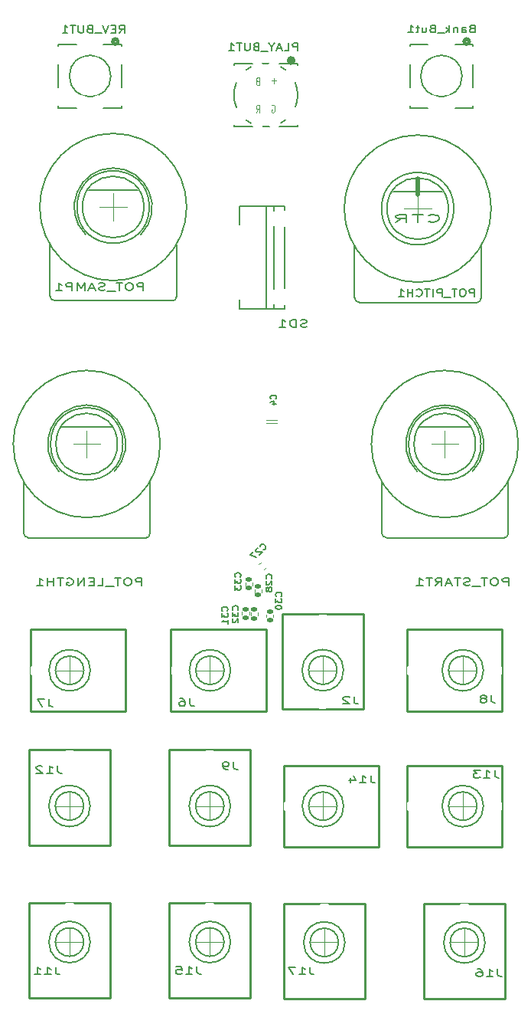
<source format=gbr>
G04 #@! TF.GenerationSoftware,KiCad,Pcbnew,7.0.6-0*
G04 #@! TF.CreationDate,2024-04-10T13:52:38-07:00*
G04 #@! TF.ProjectId,Sampler-built,53616d70-6c65-4722-9d62-75696c742e6b,rev?*
G04 #@! TF.SameCoordinates,PXb71b00PY73f50f0*
G04 #@! TF.FileFunction,Legend,Bot*
G04 #@! TF.FilePolarity,Positive*
%FSLAX46Y46*%
G04 Gerber Fmt 4.6, Leading zero omitted, Abs format (unit mm)*
G04 Created by KiCad (PCBNEW 7.0.6-0) date 2024-04-10 13:52:38*
%MOMM*%
%LPD*%
G01*
G04 APERTURE LIST*
G04 Aperture macros list*
%AMRoundRect*
0 Rectangle with rounded corners*
0 $1 Rounding radius*
0 $2 $3 $4 $5 $6 $7 $8 $9 X,Y pos of 4 corners*
0 Add a 4 corners polygon primitive as box body*
4,1,4,$2,$3,$4,$5,$6,$7,$8,$9,$2,$3,0*
0 Add four circle primitives for the rounded corners*
1,1,$1+$1,$2,$3*
1,1,$1+$1,$4,$5*
1,1,$1+$1,$6,$7*
1,1,$1+$1,$8,$9*
0 Add four rect primitives between the rounded corners*
20,1,$1+$1,$2,$3,$4,$5,0*
20,1,$1+$1,$4,$5,$6,$7,0*
20,1,$1+$1,$6,$7,$8,$9,0*
20,1,$1+$1,$8,$9,$2,$3,0*%
G04 Aperture macros list end*
%ADD10C,0.152400*%
%ADD11C,0.149860*%
%ADD12C,0.150000*%
%ADD13C,0.203200*%
%ADD14C,0.120000*%
%ADD15C,0.127000*%
%ADD16C,0.254000*%
%ADD17C,0.100000*%
%ADD18C,0.400000*%
%ADD19C,0.508000*%
%ADD20C,1.700000*%
%ADD21O,1.700000X1.700000*%
%ADD22R,1.700000X1.700000*%
%ADD23C,1.930400*%
%ADD24RoundRect,0.147500X-0.172500X0.147500X-0.172500X-0.147500X0.172500X-0.147500X0.172500X0.147500X0*%
%ADD25C,1.800000*%
%ADD26C,1.500000*%
%ADD27O,1.397000X1.092200*%
%ADD28O,1.524000X1.524000*%
%ADD29R,1.000000X1.000000*%
%ADD30C,2.540000*%
%ADD31RoundRect,0.147500X0.172500X-0.147500X0.172500X0.147500X-0.172500X0.147500X-0.172500X-0.147500X0*%
%ADD32RoundRect,0.147500X0.017678X-0.226274X0.226274X-0.017678X-0.017678X0.226274X-0.226274X0.017678X0*%
G04 APERTURE END LIST*
D10*
X130925620Y22445830D02*
X130925620Y21874402D01*
X130925620Y21874402D02*
X130983073Y21760116D01*
X130983073Y21760116D02*
X131097977Y21683925D01*
X131097977Y21683925D02*
X131270335Y21645830D01*
X131270335Y21645830D02*
X131385239Y21645830D01*
X129719120Y21645830D02*
X130408549Y21645830D01*
X130063835Y21645830D02*
X130063835Y22445830D01*
X130063835Y22445830D02*
X130178739Y22331545D01*
X130178739Y22331545D02*
X130293644Y22255354D01*
X130293644Y22255354D02*
X130408549Y22217259D01*
X129259501Y22369640D02*
X129202049Y22407735D01*
X129202049Y22407735D02*
X129087144Y22445830D01*
X129087144Y22445830D02*
X128799882Y22445830D01*
X128799882Y22445830D02*
X128684977Y22407735D01*
X128684977Y22407735D02*
X128627525Y22369640D01*
X128627525Y22369640D02*
X128570072Y22293449D01*
X128570072Y22293449D02*
X128570072Y22217259D01*
X128570072Y22217259D02*
X128627525Y22102973D01*
X128627525Y22102973D02*
X129316953Y21645830D01*
X129316953Y21645830D02*
X128570072Y21645830D01*
X158857760Y195830D02*
X158857760Y-375598D01*
X158857760Y-375598D02*
X158915213Y-489884D01*
X158915213Y-489884D02*
X159030117Y-566075D01*
X159030117Y-566075D02*
X159202475Y-604170D01*
X159202475Y-604170D02*
X159317379Y-604170D01*
X157651260Y-604170D02*
X158340689Y-604170D01*
X157995975Y-604170D02*
X157995975Y195830D01*
X157995975Y195830D02*
X158110879Y81545D01*
X158110879Y81545D02*
X158225784Y5354D01*
X158225784Y5354D02*
X158340689Y-32741D01*
X157249093Y195830D02*
X156444760Y195830D01*
X156444760Y195830D02*
X156961831Y-604170D01*
X179625620Y-14170D02*
X179625620Y-585598D01*
X179625620Y-585598D02*
X179683073Y-699884D01*
X179683073Y-699884D02*
X179797977Y-776075D01*
X179797977Y-776075D02*
X179970335Y-814170D01*
X179970335Y-814170D02*
X180085239Y-814170D01*
X178419120Y-814170D02*
X179108549Y-814170D01*
X178763835Y-814170D02*
X178763835Y-14170D01*
X178763835Y-14170D02*
X178878739Y-128455D01*
X178878739Y-128455D02*
X178993644Y-204646D01*
X178993644Y-204646D02*
X179108549Y-242741D01*
X177384977Y-14170D02*
X177614787Y-14170D01*
X177614787Y-14170D02*
X177729691Y-52265D01*
X177729691Y-52265D02*
X177787144Y-90360D01*
X177787144Y-90360D02*
X177902049Y-204646D01*
X177902049Y-204646D02*
X177959501Y-357027D01*
X177959501Y-357027D02*
X177959501Y-661789D01*
X177959501Y-661789D02*
X177902049Y-737979D01*
X177902049Y-737979D02*
X177844596Y-776075D01*
X177844596Y-776075D02*
X177729691Y-814170D01*
X177729691Y-814170D02*
X177499882Y-814170D01*
X177499882Y-814170D02*
X177384977Y-776075D01*
X177384977Y-776075D02*
X177327525Y-737979D01*
X177327525Y-737979D02*
X177270072Y-661789D01*
X177270072Y-661789D02*
X177270072Y-471313D01*
X177270072Y-471313D02*
X177327525Y-395122D01*
X177327525Y-395122D02*
X177384977Y-357027D01*
X177384977Y-357027D02*
X177499882Y-318932D01*
X177499882Y-318932D02*
X177729691Y-318932D01*
X177729691Y-318932D02*
X177844596Y-357027D01*
X177844596Y-357027D02*
X177902049Y-395122D01*
X177902049Y-395122D02*
X177959501Y-471313D01*
D11*
X155673892Y41171693D02*
X155705219Y41207374D01*
X155705219Y41207374D02*
X155736545Y41314417D01*
X155736545Y41314417D02*
X155736545Y41385779D01*
X155736545Y41385779D02*
X155705219Y41492822D01*
X155705219Y41492822D02*
X155642565Y41564184D01*
X155642565Y41564184D02*
X155579912Y41599865D01*
X155579912Y41599865D02*
X155454605Y41635546D01*
X155454605Y41635546D02*
X155360625Y41635546D01*
X155360625Y41635546D02*
X155235319Y41599865D01*
X155235319Y41599865D02*
X155172665Y41564184D01*
X155172665Y41564184D02*
X155110012Y41492822D01*
X155110012Y41492822D02*
X155078685Y41385779D01*
X155078685Y41385779D02*
X155078685Y41314417D01*
X155078685Y41314417D02*
X155110012Y41207374D01*
X155110012Y41207374D02*
X155141339Y41171693D01*
X155078685Y40921927D02*
X155078685Y40458074D01*
X155078685Y40458074D02*
X155329299Y40707841D01*
X155329299Y40707841D02*
X155329299Y40600798D01*
X155329299Y40600798D02*
X155360625Y40529436D01*
X155360625Y40529436D02*
X155391952Y40493755D01*
X155391952Y40493755D02*
X155454605Y40458074D01*
X155454605Y40458074D02*
X155611239Y40458074D01*
X155611239Y40458074D02*
X155673892Y40493755D01*
X155673892Y40493755D02*
X155705219Y40529436D01*
X155705219Y40529436D02*
X155736545Y40600798D01*
X155736545Y40600798D02*
X155736545Y40814884D01*
X155736545Y40814884D02*
X155705219Y40886246D01*
X155705219Y40886246D02*
X155673892Y40921927D01*
X155078685Y39994222D02*
X155078685Y39922860D01*
X155078685Y39922860D02*
X155110012Y39851498D01*
X155110012Y39851498D02*
X155141339Y39815817D01*
X155141339Y39815817D02*
X155203992Y39780136D01*
X155203992Y39780136D02*
X155329299Y39744455D01*
X155329299Y39744455D02*
X155485932Y39744455D01*
X155485932Y39744455D02*
X155611239Y39780136D01*
X155611239Y39780136D02*
X155673892Y39815817D01*
X155673892Y39815817D02*
X155705219Y39851498D01*
X155705219Y39851498D02*
X155736545Y39922860D01*
X155736545Y39922860D02*
X155736545Y39994222D01*
X155736545Y39994222D02*
X155705219Y40065584D01*
X155705219Y40065584D02*
X155673892Y40101265D01*
X155673892Y40101265D02*
X155611239Y40136946D01*
X155611239Y40136946D02*
X155485932Y40172627D01*
X155485932Y40172627D02*
X155329299Y40172627D01*
X155329299Y40172627D02*
X155203992Y40136946D01*
X155203992Y40136946D02*
X155141339Y40101265D01*
X155141339Y40101265D02*
X155110012Y40065584D01*
X155110012Y40065584D02*
X155078685Y39994222D01*
D12*
X176773333Y103897536D02*
X176630476Y103858831D01*
X176630476Y103858831D02*
X176582857Y103820127D01*
X176582857Y103820127D02*
X176535238Y103742717D01*
X176535238Y103742717D02*
X176535238Y103626603D01*
X176535238Y103626603D02*
X176582857Y103549193D01*
X176582857Y103549193D02*
X176630476Y103510488D01*
X176630476Y103510488D02*
X176725714Y103471784D01*
X176725714Y103471784D02*
X177106666Y103471784D01*
X177106666Y103471784D02*
X177106666Y104284584D01*
X177106666Y104284584D02*
X176773333Y104284584D01*
X176773333Y104284584D02*
X176678095Y104245879D01*
X176678095Y104245879D02*
X176630476Y104207174D01*
X176630476Y104207174D02*
X176582857Y104129765D01*
X176582857Y104129765D02*
X176582857Y104052355D01*
X176582857Y104052355D02*
X176630476Y103974946D01*
X176630476Y103974946D02*
X176678095Y103936241D01*
X176678095Y103936241D02*
X176773333Y103897536D01*
X176773333Y103897536D02*
X177106666Y103897536D01*
X175678095Y103471784D02*
X175678095Y103897536D01*
X175678095Y103897536D02*
X175725714Y103974946D01*
X175725714Y103974946D02*
X175820952Y104013650D01*
X175820952Y104013650D02*
X176011428Y104013650D01*
X176011428Y104013650D02*
X176106666Y103974946D01*
X175678095Y103510488D02*
X175773333Y103471784D01*
X175773333Y103471784D02*
X176011428Y103471784D01*
X176011428Y103471784D02*
X176106666Y103510488D01*
X176106666Y103510488D02*
X176154285Y103587898D01*
X176154285Y103587898D02*
X176154285Y103665308D01*
X176154285Y103665308D02*
X176106666Y103742717D01*
X176106666Y103742717D02*
X176011428Y103781422D01*
X176011428Y103781422D02*
X175773333Y103781422D01*
X175773333Y103781422D02*
X175678095Y103820127D01*
X175201904Y104013650D02*
X175201904Y103471784D01*
X175201904Y103936241D02*
X175154285Y103974946D01*
X175154285Y103974946D02*
X175059047Y104013650D01*
X175059047Y104013650D02*
X174916190Y104013650D01*
X174916190Y104013650D02*
X174820952Y103974946D01*
X174820952Y103974946D02*
X174773333Y103897536D01*
X174773333Y103897536D02*
X174773333Y103471784D01*
X174297142Y103471784D02*
X174297142Y104284584D01*
X174201904Y103781422D02*
X173916190Y103471784D01*
X173916190Y104013650D02*
X174297142Y103704012D01*
X173725714Y103394374D02*
X172963809Y103394374D01*
X172392380Y103897536D02*
X172249523Y103858831D01*
X172249523Y103858831D02*
X172201904Y103820127D01*
X172201904Y103820127D02*
X172154285Y103742717D01*
X172154285Y103742717D02*
X172154285Y103626603D01*
X172154285Y103626603D02*
X172201904Y103549193D01*
X172201904Y103549193D02*
X172249523Y103510488D01*
X172249523Y103510488D02*
X172344761Y103471784D01*
X172344761Y103471784D02*
X172725713Y103471784D01*
X172725713Y103471784D02*
X172725713Y104284584D01*
X172725713Y104284584D02*
X172392380Y104284584D01*
X172392380Y104284584D02*
X172297142Y104245879D01*
X172297142Y104245879D02*
X172249523Y104207174D01*
X172249523Y104207174D02*
X172201904Y104129765D01*
X172201904Y104129765D02*
X172201904Y104052355D01*
X172201904Y104052355D02*
X172249523Y103974946D01*
X172249523Y103974946D02*
X172297142Y103936241D01*
X172297142Y103936241D02*
X172392380Y103897536D01*
X172392380Y103897536D02*
X172725713Y103897536D01*
X171297142Y104013650D02*
X171297142Y103471784D01*
X171725713Y104013650D02*
X171725713Y103587898D01*
X171725713Y103587898D02*
X171678094Y103510488D01*
X171678094Y103510488D02*
X171582856Y103471784D01*
X171582856Y103471784D02*
X171439999Y103471784D01*
X171439999Y103471784D02*
X171344761Y103510488D01*
X171344761Y103510488D02*
X171297142Y103549193D01*
X170963808Y104013650D02*
X170582856Y104013650D01*
X170820951Y104284584D02*
X170820951Y103587898D01*
X170820951Y103587898D02*
X170773332Y103510488D01*
X170773332Y103510488D02*
X170678094Y103471784D01*
X170678094Y103471784D02*
X170582856Y103471784D01*
X169725713Y103471784D02*
X170297141Y103471784D01*
X170011427Y103471784D02*
X170011427Y104284584D01*
X170011427Y104284584D02*
X170106665Y104168469D01*
X170106665Y104168469D02*
X170201903Y104091060D01*
X170201903Y104091060D02*
X170297141Y104052355D01*
X158514285Y70960488D02*
X158342857Y70921784D01*
X158342857Y70921784D02*
X158057142Y70921784D01*
X158057142Y70921784D02*
X157942857Y70960488D01*
X157942857Y70960488D02*
X157885714Y70999193D01*
X157885714Y70999193D02*
X157828571Y71076603D01*
X157828571Y71076603D02*
X157828571Y71154012D01*
X157828571Y71154012D02*
X157885714Y71231422D01*
X157885714Y71231422D02*
X157942857Y71270127D01*
X157942857Y71270127D02*
X158057142Y71308831D01*
X158057142Y71308831D02*
X158285714Y71347536D01*
X158285714Y71347536D02*
X158399999Y71386241D01*
X158399999Y71386241D02*
X158457142Y71424946D01*
X158457142Y71424946D02*
X158514285Y71502355D01*
X158514285Y71502355D02*
X158514285Y71579765D01*
X158514285Y71579765D02*
X158457142Y71657174D01*
X158457142Y71657174D02*
X158399999Y71695879D01*
X158399999Y71695879D02*
X158285714Y71734584D01*
X158285714Y71734584D02*
X157999999Y71734584D01*
X157999999Y71734584D02*
X157828571Y71695879D01*
X157314285Y70921784D02*
X157314285Y71734584D01*
X157314285Y71734584D02*
X157028571Y71734584D01*
X157028571Y71734584D02*
X156857142Y71695879D01*
X156857142Y71695879D02*
X156742857Y71618469D01*
X156742857Y71618469D02*
X156685714Y71541060D01*
X156685714Y71541060D02*
X156628571Y71386241D01*
X156628571Y71386241D02*
X156628571Y71270127D01*
X156628571Y71270127D02*
X156685714Y71115308D01*
X156685714Y71115308D02*
X156742857Y71037898D01*
X156742857Y71037898D02*
X156857142Y70960488D01*
X156857142Y70960488D02*
X157028571Y70921784D01*
X157028571Y70921784D02*
X157314285Y70921784D01*
X155485714Y70921784D02*
X156171428Y70921784D01*
X155828571Y70921784D02*
X155828571Y71734584D01*
X155828571Y71734584D02*
X155942857Y71618469D01*
X155942857Y71618469D02*
X156057142Y71541060D01*
X156057142Y71541060D02*
X156171428Y71502355D01*
X155060997Y62978334D02*
X155091950Y63009286D01*
X155091950Y63009286D02*
X155122902Y63102144D01*
X155122902Y63102144D02*
X155122902Y63164048D01*
X155122902Y63164048D02*
X155091950Y63256905D01*
X155091950Y63256905D02*
X155030045Y63318810D01*
X155030045Y63318810D02*
X154968140Y63349763D01*
X154968140Y63349763D02*
X154844330Y63380715D01*
X154844330Y63380715D02*
X154751473Y63380715D01*
X154751473Y63380715D02*
X154627664Y63349763D01*
X154627664Y63349763D02*
X154565759Y63318810D01*
X154565759Y63318810D02*
X154503854Y63256905D01*
X154503854Y63256905D02*
X154472902Y63164048D01*
X154472902Y63164048D02*
X154472902Y63102144D01*
X154472902Y63102144D02*
X154503854Y63009286D01*
X154503854Y63009286D02*
X154534807Y62978334D01*
X154689569Y62421191D02*
X155122902Y62421191D01*
X154441950Y62575953D02*
X154906235Y62730715D01*
X154906235Y62730715D02*
X154906235Y62328334D01*
D10*
X140252904Y42376421D02*
X140252904Y43189221D01*
X140252904Y43189221D02*
X139793285Y43189221D01*
X139793285Y43189221D02*
X139678380Y43150516D01*
X139678380Y43150516D02*
X139620927Y43111811D01*
X139620927Y43111811D02*
X139563475Y43034402D01*
X139563475Y43034402D02*
X139563475Y42918287D01*
X139563475Y42918287D02*
X139620927Y42840878D01*
X139620927Y42840878D02*
X139678380Y42802173D01*
X139678380Y42802173D02*
X139793285Y42763468D01*
X139793285Y42763468D02*
X140252904Y42763468D01*
X138816594Y43189221D02*
X138586785Y43189221D01*
X138586785Y43189221D02*
X138471880Y43150516D01*
X138471880Y43150516D02*
X138356975Y43073106D01*
X138356975Y43073106D02*
X138299523Y42918287D01*
X138299523Y42918287D02*
X138299523Y42647354D01*
X138299523Y42647354D02*
X138356975Y42492535D01*
X138356975Y42492535D02*
X138471880Y42415125D01*
X138471880Y42415125D02*
X138586785Y42376421D01*
X138586785Y42376421D02*
X138816594Y42376421D01*
X138816594Y42376421D02*
X138931499Y42415125D01*
X138931499Y42415125D02*
X139046404Y42492535D01*
X139046404Y42492535D02*
X139103856Y42647354D01*
X139103856Y42647354D02*
X139103856Y42918287D01*
X139103856Y42918287D02*
X139046404Y43073106D01*
X139046404Y43073106D02*
X138931499Y43150516D01*
X138931499Y43150516D02*
X138816594Y43189221D01*
X137954809Y43189221D02*
X137265380Y43189221D01*
X137610094Y42376421D02*
X137610094Y43189221D01*
X137150476Y42299011D02*
X136231237Y42299011D01*
X135369452Y42376421D02*
X135943976Y42376421D01*
X135943976Y42376421D02*
X135943976Y43189221D01*
X134967286Y42802173D02*
X134565119Y42802173D01*
X134392762Y42376421D02*
X134967286Y42376421D01*
X134967286Y42376421D02*
X134967286Y43189221D01*
X134967286Y43189221D02*
X134392762Y43189221D01*
X133875691Y42376421D02*
X133875691Y43189221D01*
X133875691Y43189221D02*
X133186262Y42376421D01*
X133186262Y42376421D02*
X133186262Y43189221D01*
X131979762Y43150516D02*
X132094667Y43189221D01*
X132094667Y43189221D02*
X132267024Y43189221D01*
X132267024Y43189221D02*
X132439381Y43150516D01*
X132439381Y43150516D02*
X132554286Y43073106D01*
X132554286Y43073106D02*
X132611739Y42995697D01*
X132611739Y42995697D02*
X132669191Y42840878D01*
X132669191Y42840878D02*
X132669191Y42724764D01*
X132669191Y42724764D02*
X132611739Y42569945D01*
X132611739Y42569945D02*
X132554286Y42492535D01*
X132554286Y42492535D02*
X132439381Y42415125D01*
X132439381Y42415125D02*
X132267024Y42376421D01*
X132267024Y42376421D02*
X132152120Y42376421D01*
X132152120Y42376421D02*
X131979762Y42415125D01*
X131979762Y42415125D02*
X131922310Y42453830D01*
X131922310Y42453830D02*
X131922310Y42724764D01*
X131922310Y42724764D02*
X132152120Y42724764D01*
X131577596Y43189221D02*
X130888167Y43189221D01*
X131232881Y42376421D02*
X131232881Y43189221D01*
X130486001Y42376421D02*
X130486001Y43189221D01*
X130486001Y42802173D02*
X129796572Y42802173D01*
X129796572Y42376421D02*
X129796572Y43189221D01*
X128590072Y42376421D02*
X129279501Y42376421D01*
X128934787Y42376421D02*
X128934787Y43189221D01*
X128934787Y43189221D02*
X129049691Y43073106D01*
X129049691Y43073106D02*
X129164596Y42995697D01*
X129164596Y42995697D02*
X129279501Y42956992D01*
X163736572Y30100197D02*
X163736572Y29519625D01*
X163736572Y29519625D02*
X163794025Y29403511D01*
X163794025Y29403511D02*
X163908929Y29326101D01*
X163908929Y29326101D02*
X164081287Y29287397D01*
X164081287Y29287397D02*
X164196191Y29287397D01*
X163219501Y30022787D02*
X163162049Y30061492D01*
X163162049Y30061492D02*
X163047144Y30100197D01*
X163047144Y30100197D02*
X162759882Y30100197D01*
X162759882Y30100197D02*
X162644977Y30061492D01*
X162644977Y30061492D02*
X162587525Y30022787D01*
X162587525Y30022787D02*
X162530072Y29945378D01*
X162530072Y29945378D02*
X162530072Y29867968D01*
X162530072Y29867968D02*
X162587525Y29751854D01*
X162587525Y29751854D02*
X163276953Y29287397D01*
X163276953Y29287397D02*
X162530072Y29287397D01*
D12*
X177040112Y74306296D02*
X177040112Y75119096D01*
X177040112Y75119096D02*
X176659160Y75119096D01*
X176659160Y75119096D02*
X176563922Y75080391D01*
X176563922Y75080391D02*
X176516303Y75041686D01*
X176516303Y75041686D02*
X176468684Y74964277D01*
X176468684Y74964277D02*
X176468684Y74848162D01*
X176468684Y74848162D02*
X176516303Y74770753D01*
X176516303Y74770753D02*
X176563922Y74732048D01*
X176563922Y74732048D02*
X176659160Y74693343D01*
X176659160Y74693343D02*
X177040112Y74693343D01*
X175849636Y75119096D02*
X175659160Y75119096D01*
X175659160Y75119096D02*
X175563922Y75080391D01*
X175563922Y75080391D02*
X175468684Y75002981D01*
X175468684Y75002981D02*
X175421065Y74848162D01*
X175421065Y74848162D02*
X175421065Y74577229D01*
X175421065Y74577229D02*
X175468684Y74422410D01*
X175468684Y74422410D02*
X175563922Y74345000D01*
X175563922Y74345000D02*
X175659160Y74306296D01*
X175659160Y74306296D02*
X175849636Y74306296D01*
X175849636Y74306296D02*
X175944874Y74345000D01*
X175944874Y74345000D02*
X176040112Y74422410D01*
X176040112Y74422410D02*
X176087731Y74577229D01*
X176087731Y74577229D02*
X176087731Y74848162D01*
X176087731Y74848162D02*
X176040112Y75002981D01*
X176040112Y75002981D02*
X175944874Y75080391D01*
X175944874Y75080391D02*
X175849636Y75119096D01*
X175135350Y75119096D02*
X174563922Y75119096D01*
X174849636Y74306296D02*
X174849636Y75119096D01*
X174468684Y74228886D02*
X173706779Y74228886D01*
X173468683Y74306296D02*
X173468683Y75119096D01*
X173468683Y75119096D02*
X173087731Y75119096D01*
X173087731Y75119096D02*
X172992493Y75080391D01*
X172992493Y75080391D02*
X172944874Y75041686D01*
X172944874Y75041686D02*
X172897255Y74964277D01*
X172897255Y74964277D02*
X172897255Y74848162D01*
X172897255Y74848162D02*
X172944874Y74770753D01*
X172944874Y74770753D02*
X172992493Y74732048D01*
X172992493Y74732048D02*
X173087731Y74693343D01*
X173087731Y74693343D02*
X173468683Y74693343D01*
X172468683Y74306296D02*
X172468683Y75119096D01*
X172135350Y75119096D02*
X171563922Y75119096D01*
X171849636Y74306296D02*
X171849636Y75119096D01*
X170659160Y74383705D02*
X170706779Y74345000D01*
X170706779Y74345000D02*
X170849636Y74306296D01*
X170849636Y74306296D02*
X170944874Y74306296D01*
X170944874Y74306296D02*
X171087731Y74345000D01*
X171087731Y74345000D02*
X171182969Y74422410D01*
X171182969Y74422410D02*
X171230588Y74499820D01*
X171230588Y74499820D02*
X171278207Y74654639D01*
X171278207Y74654639D02*
X171278207Y74770753D01*
X171278207Y74770753D02*
X171230588Y74925572D01*
X171230588Y74925572D02*
X171182969Y75002981D01*
X171182969Y75002981D02*
X171087731Y75080391D01*
X171087731Y75080391D02*
X170944874Y75119096D01*
X170944874Y75119096D02*
X170849636Y75119096D01*
X170849636Y75119096D02*
X170706779Y75080391D01*
X170706779Y75080391D02*
X170659160Y75041686D01*
X170230588Y74306296D02*
X170230588Y75119096D01*
X170230588Y74732048D02*
X169659160Y74732048D01*
X169659160Y74306296D02*
X169659160Y75119096D01*
X168659160Y74306296D02*
X169230588Y74306296D01*
X168944874Y74306296D02*
X168944874Y75119096D01*
X168944874Y75119096D02*
X169040112Y75002981D01*
X169040112Y75002981D02*
X169135350Y74925572D01*
X169135350Y74925572D02*
X169230588Y74886867D01*
D13*
X171947790Y82594282D02*
X172044552Y82555577D01*
X172044552Y82555577D02*
X172334838Y82516873D01*
X172334838Y82516873D02*
X172528362Y82516873D01*
X172528362Y82516873D02*
X172818647Y82555577D01*
X172818647Y82555577D02*
X173012171Y82632987D01*
X173012171Y82632987D02*
X173108933Y82710397D01*
X173108933Y82710397D02*
X173205695Y82865216D01*
X173205695Y82865216D02*
X173205695Y82981330D01*
X173205695Y82981330D02*
X173108933Y83136149D01*
X173108933Y83136149D02*
X173012171Y83213558D01*
X173012171Y83213558D02*
X172818647Y83290968D01*
X172818647Y83290968D02*
X172528362Y83329673D01*
X172528362Y83329673D02*
X172334838Y83329673D01*
X172334838Y83329673D02*
X172044552Y83290968D01*
X172044552Y83290968D02*
X171947790Y83252263D01*
X171367219Y83329673D02*
X170206076Y83329673D01*
X170786647Y82516873D02*
X170786647Y83329673D01*
X168367600Y82516873D02*
X169044933Y82903920D01*
X169528743Y82516873D02*
X169528743Y83329673D01*
X169528743Y83329673D02*
X168754648Y83329673D01*
X168754648Y83329673D02*
X168561124Y83290968D01*
X168561124Y83290968D02*
X168464362Y83252263D01*
X168464362Y83252263D02*
X168367600Y83174854D01*
X168367600Y83174854D02*
X168367600Y83058739D01*
X168367600Y83058739D02*
X168464362Y82981330D01*
X168464362Y82981330D02*
X168561124Y82942625D01*
X168561124Y82942625D02*
X168754648Y82903920D01*
X168754648Y82903920D02*
X169528743Y82903920D01*
D10*
X129956408Y29802355D02*
X129956408Y29221783D01*
X129956408Y29221783D02*
X130013861Y29105669D01*
X130013861Y29105669D02*
X130128765Y29028259D01*
X130128765Y29028259D02*
X130301123Y28989555D01*
X130301123Y28989555D02*
X130416027Y28989555D01*
X129496789Y29802355D02*
X128692456Y29802355D01*
X128692456Y29802355D02*
X129209527Y28989555D01*
D11*
X150873892Y39681693D02*
X150905219Y39717374D01*
X150905219Y39717374D02*
X150936545Y39824417D01*
X150936545Y39824417D02*
X150936545Y39895779D01*
X150936545Y39895779D02*
X150905219Y40002822D01*
X150905219Y40002822D02*
X150842565Y40074184D01*
X150842565Y40074184D02*
X150779912Y40109865D01*
X150779912Y40109865D02*
X150654605Y40145546D01*
X150654605Y40145546D02*
X150560625Y40145546D01*
X150560625Y40145546D02*
X150435319Y40109865D01*
X150435319Y40109865D02*
X150372665Y40074184D01*
X150372665Y40074184D02*
X150310012Y40002822D01*
X150310012Y40002822D02*
X150278685Y39895779D01*
X150278685Y39895779D02*
X150278685Y39824417D01*
X150278685Y39824417D02*
X150310012Y39717374D01*
X150310012Y39717374D02*
X150341339Y39681693D01*
X150278685Y39431927D02*
X150278685Y38968074D01*
X150278685Y38968074D02*
X150529299Y39217841D01*
X150529299Y39217841D02*
X150529299Y39110798D01*
X150529299Y39110798D02*
X150560625Y39039436D01*
X150560625Y39039436D02*
X150591952Y39003755D01*
X150591952Y39003755D02*
X150654605Y38968074D01*
X150654605Y38968074D02*
X150811239Y38968074D01*
X150811239Y38968074D02*
X150873892Y39003755D01*
X150873892Y39003755D02*
X150905219Y39039436D01*
X150905219Y39039436D02*
X150936545Y39110798D01*
X150936545Y39110798D02*
X150936545Y39324884D01*
X150936545Y39324884D02*
X150905219Y39396246D01*
X150905219Y39396246D02*
X150873892Y39431927D01*
X150341339Y38682627D02*
X150310012Y38646946D01*
X150310012Y38646946D02*
X150278685Y38575584D01*
X150278685Y38575584D02*
X150278685Y38397179D01*
X150278685Y38397179D02*
X150310012Y38325817D01*
X150310012Y38325817D02*
X150341339Y38290136D01*
X150341339Y38290136D02*
X150403992Y38254455D01*
X150403992Y38254455D02*
X150466645Y38254455D01*
X150466645Y38254455D02*
X150560625Y38290136D01*
X150560625Y38290136D02*
X150936545Y38718308D01*
X150936545Y38718308D02*
X150936545Y38254455D01*
D10*
X145579408Y29877355D02*
X145579408Y29296783D01*
X145579408Y29296783D02*
X145636861Y29180669D01*
X145636861Y29180669D02*
X145751765Y29103259D01*
X145751765Y29103259D02*
X145924123Y29064555D01*
X145924123Y29064555D02*
X146039027Y29064555D01*
X144487813Y29877355D02*
X144717623Y29877355D01*
X144717623Y29877355D02*
X144832527Y29838650D01*
X144832527Y29838650D02*
X144889980Y29799945D01*
X144889980Y29799945D02*
X145004885Y29683831D01*
X145004885Y29683831D02*
X145062337Y29529012D01*
X145062337Y29529012D02*
X145062337Y29219374D01*
X145062337Y29219374D02*
X145004885Y29141964D01*
X145004885Y29141964D02*
X144947432Y29103259D01*
X144947432Y29103259D02*
X144832527Y29064555D01*
X144832527Y29064555D02*
X144602718Y29064555D01*
X144602718Y29064555D02*
X144487813Y29103259D01*
X144487813Y29103259D02*
X144430361Y29141964D01*
X144430361Y29141964D02*
X144372908Y29219374D01*
X144372908Y29219374D02*
X144372908Y29412898D01*
X144372908Y29412898D02*
X144430361Y29490307D01*
X144430361Y29490307D02*
X144487813Y29529012D01*
X144487813Y29529012D02*
X144602718Y29567717D01*
X144602718Y29567717D02*
X144832527Y29567717D01*
X144832527Y29567717D02*
X144947432Y29529012D01*
X144947432Y29529012D02*
X145004885Y29490307D01*
X145004885Y29490307D02*
X145062337Y29412898D01*
X146355620Y265830D02*
X146355620Y-305598D01*
X146355620Y-305598D02*
X146413073Y-419884D01*
X146413073Y-419884D02*
X146527977Y-496075D01*
X146527977Y-496075D02*
X146700335Y-534170D01*
X146700335Y-534170D02*
X146815239Y-534170D01*
X145149120Y-534170D02*
X145838549Y-534170D01*
X145493835Y-534170D02*
X145493835Y265830D01*
X145493835Y265830D02*
X145608739Y151545D01*
X145608739Y151545D02*
X145723644Y75354D01*
X145723644Y75354D02*
X145838549Y37259D01*
X144057525Y265830D02*
X144632049Y265830D01*
X144632049Y265830D02*
X144689501Y-115122D01*
X144689501Y-115122D02*
X144632049Y-77027D01*
X144632049Y-77027D02*
X144517144Y-38932D01*
X144517144Y-38932D02*
X144229882Y-38932D01*
X144229882Y-38932D02*
X144114977Y-77027D01*
X144114977Y-77027D02*
X144057525Y-115122D01*
X144057525Y-115122D02*
X144000072Y-191313D01*
X144000072Y-191313D02*
X144000072Y-381789D01*
X144000072Y-381789D02*
X144057525Y-457979D01*
X144057525Y-457979D02*
X144114977Y-496075D01*
X144114977Y-496075D02*
X144229882Y-534170D01*
X144229882Y-534170D02*
X144517144Y-534170D01*
X144517144Y-534170D02*
X144632049Y-496075D01*
X144632049Y-496075D02*
X144689501Y-457979D01*
D12*
X137763333Y103441784D02*
X138096666Y103828831D01*
X138334761Y103441784D02*
X138334761Y104254584D01*
X138334761Y104254584D02*
X137953809Y104254584D01*
X137953809Y104254584D02*
X137858571Y104215879D01*
X137858571Y104215879D02*
X137810952Y104177174D01*
X137810952Y104177174D02*
X137763333Y104099765D01*
X137763333Y104099765D02*
X137763333Y103983650D01*
X137763333Y103983650D02*
X137810952Y103906241D01*
X137810952Y103906241D02*
X137858571Y103867536D01*
X137858571Y103867536D02*
X137953809Y103828831D01*
X137953809Y103828831D02*
X138334761Y103828831D01*
X137334761Y103867536D02*
X137001428Y103867536D01*
X136858571Y103441784D02*
X137334761Y103441784D01*
X137334761Y103441784D02*
X137334761Y104254584D01*
X137334761Y104254584D02*
X136858571Y104254584D01*
X136572856Y104254584D02*
X136239523Y103441784D01*
X136239523Y103441784D02*
X135906190Y104254584D01*
X135810952Y103364374D02*
X135049047Y103364374D01*
X134477618Y103867536D02*
X134334761Y103828831D01*
X134334761Y103828831D02*
X134287142Y103790127D01*
X134287142Y103790127D02*
X134239523Y103712717D01*
X134239523Y103712717D02*
X134239523Y103596603D01*
X134239523Y103596603D02*
X134287142Y103519193D01*
X134287142Y103519193D02*
X134334761Y103480488D01*
X134334761Y103480488D02*
X134429999Y103441784D01*
X134429999Y103441784D02*
X134810951Y103441784D01*
X134810951Y103441784D02*
X134810951Y104254584D01*
X134810951Y104254584D02*
X134477618Y104254584D01*
X134477618Y104254584D02*
X134382380Y104215879D01*
X134382380Y104215879D02*
X134334761Y104177174D01*
X134334761Y104177174D02*
X134287142Y104099765D01*
X134287142Y104099765D02*
X134287142Y104022355D01*
X134287142Y104022355D02*
X134334761Y103944946D01*
X134334761Y103944946D02*
X134382380Y103906241D01*
X134382380Y103906241D02*
X134477618Y103867536D01*
X134477618Y103867536D02*
X134810951Y103867536D01*
X133810951Y104254584D02*
X133810951Y103596603D01*
X133810951Y103596603D02*
X133763332Y103519193D01*
X133763332Y103519193D02*
X133715713Y103480488D01*
X133715713Y103480488D02*
X133620475Y103441784D01*
X133620475Y103441784D02*
X133429999Y103441784D01*
X133429999Y103441784D02*
X133334761Y103480488D01*
X133334761Y103480488D02*
X133287142Y103519193D01*
X133287142Y103519193D02*
X133239523Y103596603D01*
X133239523Y103596603D02*
X133239523Y104254584D01*
X132906189Y104254584D02*
X132334761Y104254584D01*
X132620475Y103441784D02*
X132620475Y104254584D01*
X131477618Y103441784D02*
X132049046Y103441784D01*
X131763332Y103441784D02*
X131763332Y104254584D01*
X131763332Y104254584D02*
X131858570Y104138469D01*
X131858570Y104138469D02*
X131953808Y104061060D01*
X131953808Y104061060D02*
X132049046Y104022355D01*
D11*
X154583892Y43151693D02*
X154615219Y43187374D01*
X154615219Y43187374D02*
X154646545Y43294417D01*
X154646545Y43294417D02*
X154646545Y43365779D01*
X154646545Y43365779D02*
X154615219Y43472822D01*
X154615219Y43472822D02*
X154552565Y43544184D01*
X154552565Y43544184D02*
X154489912Y43579865D01*
X154489912Y43579865D02*
X154364605Y43615546D01*
X154364605Y43615546D02*
X154270625Y43615546D01*
X154270625Y43615546D02*
X154145319Y43579865D01*
X154145319Y43579865D02*
X154082665Y43544184D01*
X154082665Y43544184D02*
X154020012Y43472822D01*
X154020012Y43472822D02*
X153988685Y43365779D01*
X153988685Y43365779D02*
X153988685Y43294417D01*
X153988685Y43294417D02*
X154020012Y43187374D01*
X154020012Y43187374D02*
X154051339Y43151693D01*
X154051339Y42866246D02*
X154020012Y42830565D01*
X154020012Y42830565D02*
X153988685Y42759203D01*
X153988685Y42759203D02*
X153988685Y42580798D01*
X153988685Y42580798D02*
X154020012Y42509436D01*
X154020012Y42509436D02*
X154051339Y42473755D01*
X154051339Y42473755D02*
X154113992Y42438074D01*
X154113992Y42438074D02*
X154176645Y42438074D01*
X154176645Y42438074D02*
X154270625Y42473755D01*
X154270625Y42473755D02*
X154646545Y42901927D01*
X154646545Y42901927D02*
X154646545Y42438074D01*
X154270625Y42009903D02*
X154239299Y42081265D01*
X154239299Y42081265D02*
X154207972Y42116946D01*
X154207972Y42116946D02*
X154145319Y42152627D01*
X154145319Y42152627D02*
X154113992Y42152627D01*
X154113992Y42152627D02*
X154051339Y42116946D01*
X154051339Y42116946D02*
X154020012Y42081265D01*
X154020012Y42081265D02*
X153988685Y42009903D01*
X153988685Y42009903D02*
X153988685Y41867179D01*
X153988685Y41867179D02*
X154020012Y41795817D01*
X154020012Y41795817D02*
X154051339Y41760136D01*
X154051339Y41760136D02*
X154113992Y41724455D01*
X154113992Y41724455D02*
X154145319Y41724455D01*
X154145319Y41724455D02*
X154207972Y41760136D01*
X154207972Y41760136D02*
X154239299Y41795817D01*
X154239299Y41795817D02*
X154270625Y41867179D01*
X154270625Y41867179D02*
X154270625Y42009903D01*
X154270625Y42009903D02*
X154301952Y42081265D01*
X154301952Y42081265D02*
X154333279Y42116946D01*
X154333279Y42116946D02*
X154395932Y42152627D01*
X154395932Y42152627D02*
X154521239Y42152627D01*
X154521239Y42152627D02*
X154583892Y42116946D01*
X154583892Y42116946D02*
X154615219Y42081265D01*
X154615219Y42081265D02*
X154646545Y42009903D01*
X154646545Y42009903D02*
X154646545Y41867179D01*
X154646545Y41867179D02*
X154615219Y41795817D01*
X154615219Y41795817D02*
X154583892Y41760136D01*
X154583892Y41760136D02*
X154521239Y41724455D01*
X154521239Y41724455D02*
X154395932Y41724455D01*
X154395932Y41724455D02*
X154333279Y41760136D01*
X154333279Y41760136D02*
X154301952Y41795817D01*
X154301952Y41795817D02*
X154270625Y41867179D01*
X151144040Y43318293D02*
X151175367Y43353974D01*
X151175367Y43353974D02*
X151206693Y43461017D01*
X151206693Y43461017D02*
X151206693Y43532379D01*
X151206693Y43532379D02*
X151175367Y43639422D01*
X151175367Y43639422D02*
X151112713Y43710784D01*
X151112713Y43710784D02*
X151050060Y43746465D01*
X151050060Y43746465D02*
X150924753Y43782146D01*
X150924753Y43782146D02*
X150830773Y43782146D01*
X150830773Y43782146D02*
X150705467Y43746465D01*
X150705467Y43746465D02*
X150642813Y43710784D01*
X150642813Y43710784D02*
X150580160Y43639422D01*
X150580160Y43639422D02*
X150548833Y43532379D01*
X150548833Y43532379D02*
X150548833Y43461017D01*
X150548833Y43461017D02*
X150580160Y43353974D01*
X150580160Y43353974D02*
X150611487Y43318293D01*
X150548833Y43068527D02*
X150548833Y42604674D01*
X150548833Y42604674D02*
X150799447Y42854441D01*
X150799447Y42854441D02*
X150799447Y42747398D01*
X150799447Y42747398D02*
X150830773Y42676036D01*
X150830773Y42676036D02*
X150862100Y42640355D01*
X150862100Y42640355D02*
X150924753Y42604674D01*
X150924753Y42604674D02*
X151081387Y42604674D01*
X151081387Y42604674D02*
X151144040Y42640355D01*
X151144040Y42640355D02*
X151175367Y42676036D01*
X151175367Y42676036D02*
X151206693Y42747398D01*
X151206693Y42747398D02*
X151206693Y42961484D01*
X151206693Y42961484D02*
X151175367Y43032846D01*
X151175367Y43032846D02*
X151144040Y43068527D01*
X150548833Y42354908D02*
X150548833Y41891055D01*
X150548833Y41891055D02*
X150799447Y42140822D01*
X150799447Y42140822D02*
X150799447Y42033779D01*
X150799447Y42033779D02*
X150830773Y41962417D01*
X150830773Y41962417D02*
X150862100Y41926736D01*
X150862100Y41926736D02*
X150924753Y41891055D01*
X150924753Y41891055D02*
X151081387Y41891055D01*
X151081387Y41891055D02*
X151144040Y41926736D01*
X151144040Y41926736D02*
X151175367Y41962417D01*
X151175367Y41962417D02*
X151206693Y42033779D01*
X151206693Y42033779D02*
X151206693Y42247865D01*
X151206693Y42247865D02*
X151175367Y42319227D01*
X151175367Y42319227D02*
X151144040Y42354908D01*
D10*
X150397760Y22860197D02*
X150397760Y22279625D01*
X150397760Y22279625D02*
X150455213Y22163511D01*
X150455213Y22163511D02*
X150570117Y22086101D01*
X150570117Y22086101D02*
X150742475Y22047397D01*
X150742475Y22047397D02*
X150857379Y22047397D01*
X149765784Y22047397D02*
X149535975Y22047397D01*
X149535975Y22047397D02*
X149421070Y22086101D01*
X149421070Y22086101D02*
X149363618Y22124806D01*
X149363618Y22124806D02*
X149248713Y22240921D01*
X149248713Y22240921D02*
X149191260Y22395740D01*
X149191260Y22395740D02*
X149191260Y22705378D01*
X149191260Y22705378D02*
X149248713Y22782787D01*
X149248713Y22782787D02*
X149306165Y22821492D01*
X149306165Y22821492D02*
X149421070Y22860197D01*
X149421070Y22860197D02*
X149650879Y22860197D01*
X149650879Y22860197D02*
X149765784Y22821492D01*
X149765784Y22821492D02*
X149823237Y22782787D01*
X149823237Y22782787D02*
X149880689Y22705378D01*
X149880689Y22705378D02*
X149880689Y22511854D01*
X149880689Y22511854D02*
X149823237Y22434444D01*
X149823237Y22434444D02*
X149765784Y22395740D01*
X149765784Y22395740D02*
X149650879Y22357035D01*
X149650879Y22357035D02*
X149421070Y22357035D01*
X149421070Y22357035D02*
X149306165Y22395740D01*
X149306165Y22395740D02*
X149248713Y22434444D01*
X149248713Y22434444D02*
X149191260Y22511854D01*
D12*
X178897255Y30225705D02*
X178897255Y29654277D01*
X178897255Y29654277D02*
X178954398Y29539991D01*
X178954398Y29539991D02*
X179068684Y29463800D01*
X179068684Y29463800D02*
X179240112Y29425705D01*
X179240112Y29425705D02*
X179354398Y29425705D01*
X178154398Y29882848D02*
X178268683Y29920943D01*
X178268683Y29920943D02*
X178325826Y29959039D01*
X178325826Y29959039D02*
X178382969Y30035229D01*
X178382969Y30035229D02*
X178382969Y30073324D01*
X178382969Y30073324D02*
X178325826Y30149515D01*
X178325826Y30149515D02*
X178268683Y30187610D01*
X178268683Y30187610D02*
X178154398Y30225705D01*
X178154398Y30225705D02*
X177925826Y30225705D01*
X177925826Y30225705D02*
X177811541Y30187610D01*
X177811541Y30187610D02*
X177754398Y30149515D01*
X177754398Y30149515D02*
X177697255Y30073324D01*
X177697255Y30073324D02*
X177697255Y30035229D01*
X177697255Y30035229D02*
X177754398Y29959039D01*
X177754398Y29959039D02*
X177811541Y29920943D01*
X177811541Y29920943D02*
X177925826Y29882848D01*
X177925826Y29882848D02*
X178154398Y29882848D01*
X178154398Y29882848D02*
X178268683Y29844753D01*
X178268683Y29844753D02*
X178325826Y29806658D01*
X178325826Y29806658D02*
X178382969Y29730467D01*
X178382969Y29730467D02*
X178382969Y29578086D01*
X178382969Y29578086D02*
X178325826Y29501896D01*
X178325826Y29501896D02*
X178268683Y29463800D01*
X178268683Y29463800D02*
X178154398Y29425705D01*
X178154398Y29425705D02*
X177925826Y29425705D01*
X177925826Y29425705D02*
X177811541Y29463800D01*
X177811541Y29463800D02*
X177754398Y29501896D01*
X177754398Y29501896D02*
X177697255Y29578086D01*
X177697255Y29578086D02*
X177697255Y29730467D01*
X177697255Y29730467D02*
X177754398Y29806658D01*
X177754398Y29806658D02*
X177811541Y29844753D01*
X177811541Y29844753D02*
X177925826Y29882848D01*
D10*
X130715620Y210197D02*
X130715620Y-370375D01*
X130715620Y-370375D02*
X130773073Y-486489D01*
X130773073Y-486489D02*
X130887977Y-563899D01*
X130887977Y-563899D02*
X131060335Y-602603D01*
X131060335Y-602603D02*
X131175239Y-602603D01*
X129509120Y-602603D02*
X130198549Y-602603D01*
X129853835Y-602603D02*
X129853835Y210197D01*
X129853835Y210197D02*
X129968739Y94082D01*
X129968739Y94082D02*
X130083644Y16673D01*
X130083644Y16673D02*
X130198549Y-22032D01*
X128360072Y-602603D02*
X129049501Y-602603D01*
X128704787Y-602603D02*
X128704787Y210197D01*
X128704787Y210197D02*
X128819691Y94082D01*
X128819691Y94082D02*
X128934596Y16673D01*
X128934596Y16673D02*
X129049501Y-22032D01*
X179305620Y21950197D02*
X179305620Y21369625D01*
X179305620Y21369625D02*
X179363073Y21253511D01*
X179363073Y21253511D02*
X179477977Y21176101D01*
X179477977Y21176101D02*
X179650335Y21137397D01*
X179650335Y21137397D02*
X179765239Y21137397D01*
X178099120Y21137397D02*
X178788549Y21137397D01*
X178443835Y21137397D02*
X178443835Y21950197D01*
X178443835Y21950197D02*
X178558739Y21834082D01*
X178558739Y21834082D02*
X178673644Y21756673D01*
X178673644Y21756673D02*
X178788549Y21717968D01*
X177696953Y21950197D02*
X176950072Y21950197D01*
X176950072Y21950197D02*
X177352239Y21640559D01*
X177352239Y21640559D02*
X177179882Y21640559D01*
X177179882Y21640559D02*
X177064977Y21601854D01*
X177064977Y21601854D02*
X177007525Y21563149D01*
X177007525Y21563149D02*
X176950072Y21485740D01*
X176950072Y21485740D02*
X176950072Y21292216D01*
X176950072Y21292216D02*
X177007525Y21214806D01*
X177007525Y21214806D02*
X177064977Y21176101D01*
X177064977Y21176101D02*
X177179882Y21137397D01*
X177179882Y21137397D02*
X177524596Y21137397D01*
X177524596Y21137397D02*
X177639501Y21176101D01*
X177639501Y21176101D02*
X177696953Y21214806D01*
X180829144Y42376421D02*
X180829144Y43189221D01*
X180829144Y43189221D02*
X180369525Y43189221D01*
X180369525Y43189221D02*
X180254620Y43150516D01*
X180254620Y43150516D02*
X180197167Y43111811D01*
X180197167Y43111811D02*
X180139715Y43034402D01*
X180139715Y43034402D02*
X180139715Y42918287D01*
X180139715Y42918287D02*
X180197167Y42840878D01*
X180197167Y42840878D02*
X180254620Y42802173D01*
X180254620Y42802173D02*
X180369525Y42763468D01*
X180369525Y42763468D02*
X180829144Y42763468D01*
X179392834Y43189221D02*
X179163025Y43189221D01*
X179163025Y43189221D02*
X179048120Y43150516D01*
X179048120Y43150516D02*
X178933215Y43073106D01*
X178933215Y43073106D02*
X178875763Y42918287D01*
X178875763Y42918287D02*
X178875763Y42647354D01*
X178875763Y42647354D02*
X178933215Y42492535D01*
X178933215Y42492535D02*
X179048120Y42415125D01*
X179048120Y42415125D02*
X179163025Y42376421D01*
X179163025Y42376421D02*
X179392834Y42376421D01*
X179392834Y42376421D02*
X179507739Y42415125D01*
X179507739Y42415125D02*
X179622644Y42492535D01*
X179622644Y42492535D02*
X179680096Y42647354D01*
X179680096Y42647354D02*
X179680096Y42918287D01*
X179680096Y42918287D02*
X179622644Y43073106D01*
X179622644Y43073106D02*
X179507739Y43150516D01*
X179507739Y43150516D02*
X179392834Y43189221D01*
X178531049Y43189221D02*
X177841620Y43189221D01*
X178186334Y42376421D02*
X178186334Y43189221D01*
X177726716Y42299011D02*
X176807477Y42299011D01*
X176577668Y42415125D02*
X176405311Y42376421D01*
X176405311Y42376421D02*
X176118049Y42376421D01*
X176118049Y42376421D02*
X176003144Y42415125D01*
X176003144Y42415125D02*
X175945692Y42453830D01*
X175945692Y42453830D02*
X175888239Y42531240D01*
X175888239Y42531240D02*
X175888239Y42608649D01*
X175888239Y42608649D02*
X175945692Y42686059D01*
X175945692Y42686059D02*
X176003144Y42724764D01*
X176003144Y42724764D02*
X176118049Y42763468D01*
X176118049Y42763468D02*
X176347858Y42802173D01*
X176347858Y42802173D02*
X176462763Y42840878D01*
X176462763Y42840878D02*
X176520216Y42879583D01*
X176520216Y42879583D02*
X176577668Y42956992D01*
X176577668Y42956992D02*
X176577668Y43034402D01*
X176577668Y43034402D02*
X176520216Y43111811D01*
X176520216Y43111811D02*
X176462763Y43150516D01*
X176462763Y43150516D02*
X176347858Y43189221D01*
X176347858Y43189221D02*
X176060597Y43189221D01*
X176060597Y43189221D02*
X175888239Y43150516D01*
X175543525Y43189221D02*
X174854096Y43189221D01*
X175198810Y42376421D02*
X175198810Y43189221D01*
X174509382Y42608649D02*
X173934858Y42608649D01*
X174624287Y42376421D02*
X174222120Y43189221D01*
X174222120Y43189221D02*
X173819953Y42376421D01*
X172728358Y42376421D02*
X173130525Y42763468D01*
X173417787Y42376421D02*
X173417787Y43189221D01*
X173417787Y43189221D02*
X172958168Y43189221D01*
X172958168Y43189221D02*
X172843263Y43150516D01*
X172843263Y43150516D02*
X172785810Y43111811D01*
X172785810Y43111811D02*
X172728358Y43034402D01*
X172728358Y43034402D02*
X172728358Y42918287D01*
X172728358Y42918287D02*
X172785810Y42840878D01*
X172785810Y42840878D02*
X172843263Y42802173D01*
X172843263Y42802173D02*
X172958168Y42763468D01*
X172958168Y42763468D02*
X173417787Y42763468D01*
X172383644Y43189221D02*
X171694215Y43189221D01*
X172038929Y42376421D02*
X172038929Y43189221D01*
X170660072Y42376421D02*
X171349501Y42376421D01*
X171004787Y42376421D02*
X171004787Y43189221D01*
X171004787Y43189221D02*
X171119691Y43073106D01*
X171119691Y43073106D02*
X171234596Y42995697D01*
X171234596Y42995697D02*
X171349501Y42956992D01*
X165595620Y21365830D02*
X165595620Y20794402D01*
X165595620Y20794402D02*
X165653073Y20680116D01*
X165653073Y20680116D02*
X165767977Y20603925D01*
X165767977Y20603925D02*
X165940335Y20565830D01*
X165940335Y20565830D02*
X166055239Y20565830D01*
X164389120Y20565830D02*
X165078549Y20565830D01*
X164733835Y20565830D02*
X164733835Y21365830D01*
X164733835Y21365830D02*
X164848739Y21251545D01*
X164848739Y21251545D02*
X164963644Y21175354D01*
X164963644Y21175354D02*
X165078549Y21137259D01*
X163354977Y21099164D02*
X163354977Y20565830D01*
X163642239Y21403925D02*
X163929501Y20832497D01*
X163929501Y20832497D02*
X163182620Y20832497D01*
D12*
X157505714Y101471784D02*
X157505714Y102284584D01*
X157505714Y102284584D02*
X157124762Y102284584D01*
X157124762Y102284584D02*
X157029524Y102245879D01*
X157029524Y102245879D02*
X156981905Y102207174D01*
X156981905Y102207174D02*
X156934286Y102129765D01*
X156934286Y102129765D02*
X156934286Y102013650D01*
X156934286Y102013650D02*
X156981905Y101936241D01*
X156981905Y101936241D02*
X157029524Y101897536D01*
X157029524Y101897536D02*
X157124762Y101858831D01*
X157124762Y101858831D02*
X157505714Y101858831D01*
X156029524Y101471784D02*
X156505714Y101471784D01*
X156505714Y101471784D02*
X156505714Y102284584D01*
X155743809Y101704012D02*
X155267619Y101704012D01*
X155839047Y101471784D02*
X155505714Y102284584D01*
X155505714Y102284584D02*
X155172381Y101471784D01*
X154648571Y101858831D02*
X154648571Y101471784D01*
X154981904Y102284584D02*
X154648571Y101858831D01*
X154648571Y101858831D02*
X154315238Y102284584D01*
X154220000Y101394374D02*
X153458095Y101394374D01*
X152886666Y101897536D02*
X152743809Y101858831D01*
X152743809Y101858831D02*
X152696190Y101820127D01*
X152696190Y101820127D02*
X152648571Y101742717D01*
X152648571Y101742717D02*
X152648571Y101626603D01*
X152648571Y101626603D02*
X152696190Y101549193D01*
X152696190Y101549193D02*
X152743809Y101510488D01*
X152743809Y101510488D02*
X152839047Y101471784D01*
X152839047Y101471784D02*
X153219999Y101471784D01*
X153219999Y101471784D02*
X153219999Y102284584D01*
X153219999Y102284584D02*
X152886666Y102284584D01*
X152886666Y102284584D02*
X152791428Y102245879D01*
X152791428Y102245879D02*
X152743809Y102207174D01*
X152743809Y102207174D02*
X152696190Y102129765D01*
X152696190Y102129765D02*
X152696190Y102052355D01*
X152696190Y102052355D02*
X152743809Y101974946D01*
X152743809Y101974946D02*
X152791428Y101936241D01*
X152791428Y101936241D02*
X152886666Y101897536D01*
X152886666Y101897536D02*
X153219999Y101897536D01*
X152219999Y102284584D02*
X152219999Y101626603D01*
X152219999Y101626603D02*
X152172380Y101549193D01*
X152172380Y101549193D02*
X152124761Y101510488D01*
X152124761Y101510488D02*
X152029523Y101471784D01*
X152029523Y101471784D02*
X151839047Y101471784D01*
X151839047Y101471784D02*
X151743809Y101510488D01*
X151743809Y101510488D02*
X151696190Y101549193D01*
X151696190Y101549193D02*
X151648571Y101626603D01*
X151648571Y101626603D02*
X151648571Y102284584D01*
X151315237Y102284584D02*
X150743809Y102284584D01*
X151029523Y101471784D02*
X151029523Y102284584D01*
X149886666Y101471784D02*
X150458094Y101471784D01*
X150172380Y101471784D02*
X150172380Y102284584D01*
X150172380Y102284584D02*
X150267618Y102168469D01*
X150267618Y102168469D02*
X150362856Y102091060D01*
X150362856Y102091060D02*
X150458094Y102052355D01*
D14*
X153055219Y98080898D02*
X152962362Y98042193D01*
X152962362Y98042193D02*
X152931409Y98003489D01*
X152931409Y98003489D02*
X152900457Y97926079D01*
X152900457Y97926079D02*
X152900457Y97809965D01*
X152900457Y97809965D02*
X152931409Y97732555D01*
X152931409Y97732555D02*
X152962362Y97693850D01*
X152962362Y97693850D02*
X153024267Y97655146D01*
X153024267Y97655146D02*
X153271886Y97655146D01*
X153271886Y97655146D02*
X153271886Y98467946D01*
X153271886Y98467946D02*
X153055219Y98467946D01*
X153055219Y98467946D02*
X152993314Y98429241D01*
X152993314Y98429241D02*
X152962362Y98390536D01*
X152962362Y98390536D02*
X152931409Y98313127D01*
X152931409Y98313127D02*
X152931409Y98235717D01*
X152931409Y98235717D02*
X152962362Y98158308D01*
X152962362Y98158308D02*
X152993314Y98119603D01*
X152993314Y98119603D02*
X153055219Y98080898D01*
X153055219Y98080898D02*
X153271886Y98080898D01*
X152900457Y94605146D02*
X153117124Y94992193D01*
X153271886Y94605146D02*
X153271886Y95417946D01*
X153271886Y95417946D02*
X153024267Y95417946D01*
X153024267Y95417946D02*
X152962362Y95379241D01*
X152962362Y95379241D02*
X152931409Y95340536D01*
X152931409Y95340536D02*
X152900457Y95263127D01*
X152900457Y95263127D02*
X152900457Y95147012D01*
X152900457Y95147012D02*
X152931409Y95069603D01*
X152931409Y95069603D02*
X152962362Y95030898D01*
X152962362Y95030898D02*
X153024267Y94992193D01*
X153024267Y94992193D02*
X153271886Y94992193D01*
X154631409Y95404241D02*
X154693314Y95442946D01*
X154693314Y95442946D02*
X154786171Y95442946D01*
X154786171Y95442946D02*
X154879028Y95404241D01*
X154879028Y95404241D02*
X154940933Y95326831D01*
X154940933Y95326831D02*
X154971886Y95249422D01*
X154971886Y95249422D02*
X155002838Y95094603D01*
X155002838Y95094603D02*
X155002838Y94978489D01*
X155002838Y94978489D02*
X154971886Y94823670D01*
X154971886Y94823670D02*
X154940933Y94746260D01*
X154940933Y94746260D02*
X154879028Y94668850D01*
X154879028Y94668850D02*
X154786171Y94630146D01*
X154786171Y94630146D02*
X154724267Y94630146D01*
X154724267Y94630146D02*
X154631409Y94668850D01*
X154631409Y94668850D02*
X154600457Y94707555D01*
X154600457Y94707555D02*
X154600457Y94978489D01*
X154600457Y94978489D02*
X154724267Y94978489D01*
X155099267Y98114784D02*
X154604029Y98114784D01*
X154851648Y97805146D02*
X154851648Y98424422D01*
D11*
X153715996Y46325222D02*
X153763377Y46328301D01*
X153763377Y46328301D02*
X153861219Y46381840D01*
X153861219Y46381840D02*
X153911680Y46432301D01*
X153911680Y46432301D02*
X153965219Y46530143D01*
X153965219Y46530143D02*
X153971377Y46624906D01*
X153971377Y46624906D02*
X153952305Y46694439D01*
X153952305Y46694439D02*
X153888930Y46808274D01*
X153888930Y46808274D02*
X153822476Y46874728D01*
X153822476Y46874728D02*
X153708640Y46938103D01*
X153708640Y46938103D02*
X153639108Y46957175D01*
X153639108Y46957175D02*
X153544344Y46951017D01*
X153544344Y46951017D02*
X153446502Y46897478D01*
X153446502Y46897478D02*
X153396042Y46847018D01*
X153396042Y46847018D02*
X153342502Y46749176D01*
X153342502Y46749176D02*
X153339424Y46701794D01*
X153137582Y46499952D02*
X153090200Y46496873D01*
X153090200Y46496873D02*
X153017588Y46468564D01*
X153017588Y46468564D02*
X152891437Y46342413D01*
X152891437Y46342413D02*
X152863128Y46269801D01*
X152863128Y46269801D02*
X152860049Y46222419D01*
X152860049Y46222419D02*
X152879121Y46152887D01*
X152879121Y46152887D02*
X152923424Y46108584D01*
X152923424Y46108584D02*
X153015108Y46067360D01*
X153015108Y46067360D02*
X153583687Y46104308D01*
X153583687Y46104308D02*
X153255693Y45776314D01*
X152613904Y46064880D02*
X152260681Y45711657D01*
X152260681Y45711657D02*
X152952930Y45473552D01*
X149713892Y39561693D02*
X149745219Y39597374D01*
X149745219Y39597374D02*
X149776545Y39704417D01*
X149776545Y39704417D02*
X149776545Y39775779D01*
X149776545Y39775779D02*
X149745219Y39882822D01*
X149745219Y39882822D02*
X149682565Y39954184D01*
X149682565Y39954184D02*
X149619912Y39989865D01*
X149619912Y39989865D02*
X149494605Y40025546D01*
X149494605Y40025546D02*
X149400625Y40025546D01*
X149400625Y40025546D02*
X149275319Y39989865D01*
X149275319Y39989865D02*
X149212665Y39954184D01*
X149212665Y39954184D02*
X149150012Y39882822D01*
X149150012Y39882822D02*
X149118685Y39775779D01*
X149118685Y39775779D02*
X149118685Y39704417D01*
X149118685Y39704417D02*
X149150012Y39597374D01*
X149150012Y39597374D02*
X149181339Y39561693D01*
X149118685Y39311927D02*
X149118685Y38848074D01*
X149118685Y38848074D02*
X149369299Y39097841D01*
X149369299Y39097841D02*
X149369299Y38990798D01*
X149369299Y38990798D02*
X149400625Y38919436D01*
X149400625Y38919436D02*
X149431952Y38883755D01*
X149431952Y38883755D02*
X149494605Y38848074D01*
X149494605Y38848074D02*
X149651239Y38848074D01*
X149651239Y38848074D02*
X149713892Y38883755D01*
X149713892Y38883755D02*
X149745219Y38919436D01*
X149745219Y38919436D02*
X149776545Y38990798D01*
X149776545Y38990798D02*
X149776545Y39204884D01*
X149776545Y39204884D02*
X149745219Y39276246D01*
X149745219Y39276246D02*
X149713892Y39311927D01*
X149776545Y38134455D02*
X149776545Y38562627D01*
X149776545Y38348541D02*
X149118685Y38348541D01*
X149118685Y38348541D02*
X149212665Y38419903D01*
X149212665Y38419903D02*
X149275319Y38491265D01*
X149275319Y38491265D02*
X149306645Y38562627D01*
D10*
X140419525Y74979857D02*
X140419525Y75792657D01*
X140419525Y75792657D02*
X139959906Y75792657D01*
X139959906Y75792657D02*
X139845001Y75753952D01*
X139845001Y75753952D02*
X139787548Y75715247D01*
X139787548Y75715247D02*
X139730096Y75637838D01*
X139730096Y75637838D02*
X139730096Y75521723D01*
X139730096Y75521723D02*
X139787548Y75444314D01*
X139787548Y75444314D02*
X139845001Y75405609D01*
X139845001Y75405609D02*
X139959906Y75366904D01*
X139959906Y75366904D02*
X140419525Y75366904D01*
X138983215Y75792657D02*
X138753406Y75792657D01*
X138753406Y75792657D02*
X138638501Y75753952D01*
X138638501Y75753952D02*
X138523596Y75676542D01*
X138523596Y75676542D02*
X138466144Y75521723D01*
X138466144Y75521723D02*
X138466144Y75250790D01*
X138466144Y75250790D02*
X138523596Y75095971D01*
X138523596Y75095971D02*
X138638501Y75018561D01*
X138638501Y75018561D02*
X138753406Y74979857D01*
X138753406Y74979857D02*
X138983215Y74979857D01*
X138983215Y74979857D02*
X139098120Y75018561D01*
X139098120Y75018561D02*
X139213025Y75095971D01*
X139213025Y75095971D02*
X139270477Y75250790D01*
X139270477Y75250790D02*
X139270477Y75521723D01*
X139270477Y75521723D02*
X139213025Y75676542D01*
X139213025Y75676542D02*
X139098120Y75753952D01*
X139098120Y75753952D02*
X138983215Y75792657D01*
X138121430Y75792657D02*
X137432001Y75792657D01*
X137776715Y74979857D02*
X137776715Y75792657D01*
X137317097Y74902447D02*
X136397858Y74902447D01*
X136168049Y75018561D02*
X135995692Y74979857D01*
X135995692Y74979857D02*
X135708430Y74979857D01*
X135708430Y74979857D02*
X135593525Y75018561D01*
X135593525Y75018561D02*
X135536073Y75057266D01*
X135536073Y75057266D02*
X135478620Y75134676D01*
X135478620Y75134676D02*
X135478620Y75212085D01*
X135478620Y75212085D02*
X135536073Y75289495D01*
X135536073Y75289495D02*
X135593525Y75328200D01*
X135593525Y75328200D02*
X135708430Y75366904D01*
X135708430Y75366904D02*
X135938239Y75405609D01*
X135938239Y75405609D02*
X136053144Y75444314D01*
X136053144Y75444314D02*
X136110597Y75483019D01*
X136110597Y75483019D02*
X136168049Y75560428D01*
X136168049Y75560428D02*
X136168049Y75637838D01*
X136168049Y75637838D02*
X136110597Y75715247D01*
X136110597Y75715247D02*
X136053144Y75753952D01*
X136053144Y75753952D02*
X135938239Y75792657D01*
X135938239Y75792657D02*
X135650978Y75792657D01*
X135650978Y75792657D02*
X135478620Y75753952D01*
X135019001Y75212085D02*
X134444477Y75212085D01*
X135133906Y74979857D02*
X134731739Y75792657D01*
X134731739Y75792657D02*
X134329572Y74979857D01*
X133927406Y74979857D02*
X133927406Y75792657D01*
X133927406Y75792657D02*
X133525239Y75212085D01*
X133525239Y75212085D02*
X133123072Y75792657D01*
X133123072Y75792657D02*
X133123072Y74979857D01*
X132548549Y74979857D02*
X132548549Y75792657D01*
X132548549Y75792657D02*
X132088930Y75792657D01*
X132088930Y75792657D02*
X131974025Y75753952D01*
X131974025Y75753952D02*
X131916572Y75715247D01*
X131916572Y75715247D02*
X131859120Y75637838D01*
X131859120Y75637838D02*
X131859120Y75521723D01*
X131859120Y75521723D02*
X131916572Y75444314D01*
X131916572Y75444314D02*
X131974025Y75405609D01*
X131974025Y75405609D02*
X132088930Y75366904D01*
X132088930Y75366904D02*
X132548549Y75366904D01*
X130710072Y74979857D02*
X131399501Y74979857D01*
X131054787Y74979857D02*
X131054787Y75792657D01*
X131054787Y75792657D02*
X131169691Y75676542D01*
X131169691Y75676542D02*
X131284596Y75599133D01*
X131284596Y75599133D02*
X131399501Y75560428D01*
D14*
G04 #@! TO.C,J12*
X132258648Y19499922D02*
X132258648Y16499922D01*
X133758648Y17999922D02*
X130758648Y17999922D01*
D15*
X133833448Y18012622D02*
G75*
G03*
X133833448Y18012622I-1574800J0D01*
G01*
X134544648Y18012622D02*
G75*
G03*
X134544648Y18012622I-2286000J0D01*
G01*
D16*
X136758648Y13694122D02*
X127758648Y13694122D01*
X127758648Y24202122D01*
X136758648Y24202122D01*
X136758648Y13694122D01*
D14*
G04 #@! TO.C,J17*
X160450848Y1454362D02*
X160450848Y4454362D01*
X158950848Y2954362D02*
X161950848Y2954362D01*
D15*
X162025648Y2941662D02*
G75*
G03*
X162025648Y2941662I-1574800J0D01*
G01*
X162736848Y2941662D02*
G75*
G03*
X162736848Y2941662I-2286000J0D01*
G01*
D16*
X164950848Y-3247838D02*
X155950848Y-3247838D01*
X155950848Y7260162D01*
X164950848Y7260162D01*
X164950848Y-3247838D01*
D14*
G04 #@! TO.C,J16*
X175950848Y1454362D02*
X175950848Y4454362D01*
X174450848Y2954362D02*
X177450848Y2954362D01*
D15*
X177525648Y2941662D02*
G75*
G03*
X177525648Y2941662I-1574800J0D01*
G01*
X178236848Y2941662D02*
G75*
G03*
X178236848Y2941662I-2286000J0D01*
G01*
D16*
X180450848Y-3247838D02*
X171450848Y-3247838D01*
X171450848Y7260162D01*
X180450848Y7260162D01*
X180450848Y-3247838D01*
D17*
G04 #@! TO.C,C30*
X154806648Y39174922D02*
X154806648Y38864922D01*
X154026648Y39174922D02*
X154026648Y38864922D01*
D10*
G04 #@! TO.C,Bank_But1*
X176908648Y95149922D02*
X176908648Y95349922D01*
X176908648Y99919922D02*
X176908648Y97379922D01*
X176908648Y102149922D02*
X176908648Y101951922D01*
X174908648Y95149922D02*
X176908648Y95149922D01*
X174908648Y102149922D02*
X176908648Y102149922D01*
X171908648Y95149922D02*
X169908648Y95149922D01*
X171908648Y102149922D02*
X169908648Y102149922D01*
X169908648Y95149922D02*
X169908648Y95349922D01*
X169908648Y99919922D02*
X169908648Y97379922D01*
X169908648Y102149922D02*
X169908648Y101951922D01*
D18*
X176486629Y102459922D02*
G75*
G03*
X176486629Y102459922I-283981J0D01*
G01*
D10*
X175698173Y98649922D02*
G75*
G03*
X175698173Y98649922I-2289525J0D01*
G01*
D13*
G04 #@! TO.C,SD1*
X156026648Y84299922D02*
X156026648Y83849922D01*
X154876648Y84299922D02*
X154876648Y83749922D01*
X154046648Y84299922D02*
X154046648Y72899922D01*
X151026648Y84299922D02*
X156026648Y84299922D01*
X151026648Y82199922D02*
X151026648Y84299922D01*
X154876648Y82049922D02*
X154876648Y75149922D01*
X156026648Y81949922D02*
X156026648Y75249922D01*
X154876648Y73449922D02*
X154876648Y72899922D01*
X156026648Y73349922D02*
X156026648Y72899922D01*
X151026648Y72899922D02*
X151026648Y73899922D01*
X151026648Y72899922D02*
X156026648Y72899922D01*
D14*
G04 #@! TO.C,C4*
X155230148Y60326600D02*
X154030148Y60326600D01*
X154030148Y60626600D02*
X155230148Y60626600D01*
D15*
G04 #@! TO.C,POT_LENGTH1*
X141158648Y53872922D02*
X141158648Y48088028D01*
X140705542Y47634922D02*
X127738754Y47634922D01*
X136896648Y59904922D02*
X131420648Y59904922D01*
D14*
X135658648Y57999922D02*
X132658648Y57999922D01*
X134158648Y56499922D02*
X134158648Y59499922D01*
D15*
X127158648Y48215028D02*
X127158648Y53872922D01*
X140705542Y47634922D02*
G75*
G03*
X141158648Y48088028I-1J453107D01*
G01*
D13*
X137206647Y54951923D02*
G75*
G03*
X131110649Y54951923I-3047999J3047999D01*
G01*
D15*
X127158648Y48215028D02*
G75*
G03*
X127738754Y47634922I580100J-6D01*
G01*
X137558648Y57999922D02*
G75*
G03*
X137558648Y57999922I-3400000J0D01*
G01*
X138158648Y57999922D02*
G75*
G03*
X138158648Y57999922I-4000000J0D01*
G01*
X142286648Y57999922D02*
G75*
G03*
X142286648Y57999922I-8128000J0D01*
G01*
D14*
G04 #@! TO.C,J2*
X160286648Y34499922D02*
X160286648Y31499922D01*
X161786648Y32999922D02*
X158786648Y32999922D01*
D15*
X161861448Y33012622D02*
G75*
G03*
X161861448Y33012622I-1574800J0D01*
G01*
X162572648Y33012622D02*
G75*
G03*
X162572648Y33012622I-2286000J0D01*
G01*
D16*
X164786648Y28694122D02*
X155786648Y28694122D01*
X155786648Y39202122D01*
X164786648Y39202122D01*
X164786648Y28694122D01*
D15*
G04 #@! TO.C,POT_PITCH1*
X177786648Y79872922D02*
X177786648Y74088028D01*
X177333542Y73634922D02*
X164366754Y73634922D01*
X173524648Y85904922D02*
X168048648Y85904922D01*
D14*
X172286648Y83999922D02*
X169286648Y83999922D01*
X170786648Y82499922D02*
X170786648Y85499922D01*
D19*
X170786648Y87299922D02*
X170786648Y85499922D01*
D15*
X163786648Y74215028D02*
X163786648Y79872922D01*
X177333542Y73634922D02*
G75*
G03*
X177786648Y74088028I-1J453107D01*
G01*
X163786648Y74215028D02*
G75*
G03*
X164366754Y73634922I580100J-6D01*
G01*
X174186648Y83999922D02*
G75*
G03*
X174186648Y83999922I-3400000J0D01*
G01*
X174786648Y83999922D02*
G75*
G03*
X174786648Y83999922I-4000000J0D01*
G01*
X178914648Y83999922D02*
G75*
G03*
X178914648Y83999922I-8128000J0D01*
G01*
D14*
G04 #@! TO.C,J7*
X133758648Y32999922D02*
X130758648Y32999922D01*
X132258648Y31499922D02*
X132258648Y34499922D01*
D15*
X133846148Y32999922D02*
G75*
G03*
X133846148Y32999922I-1574800J0D01*
G01*
X134557348Y32999922D02*
G75*
G03*
X134557348Y32999922I-2286000J0D01*
G01*
D16*
X138460848Y28499922D02*
X127952848Y28499922D01*
X127952848Y37499922D01*
X138460848Y37499922D01*
X138460848Y28499922D01*
D17*
G04 #@! TO.C,C32*
X153094076Y39389376D02*
X153094076Y39079376D01*
X152314076Y39389376D02*
X152314076Y39079376D01*
D14*
G04 #@! TO.C,J6*
X149286648Y32999922D02*
X146286648Y32999922D01*
X147786648Y31499922D02*
X147786648Y34499922D01*
D15*
X149374148Y32999922D02*
G75*
G03*
X149374148Y32999922I-1574800J0D01*
G01*
X150085348Y32999922D02*
G75*
G03*
X150085348Y32999922I-2286000J0D01*
G01*
D16*
X153988848Y28499922D02*
X143480848Y28499922D01*
X143480848Y37499922D01*
X153988848Y37499922D01*
X153988848Y28499922D01*
D14*
G04 #@! TO.C,J15*
X147786648Y1499922D02*
X147786648Y4499922D01*
X146286648Y2999922D02*
X149286648Y2999922D01*
D15*
X149361448Y2987222D02*
G75*
G03*
X149361448Y2987222I-1574800J0D01*
G01*
X150072648Y2987222D02*
G75*
G03*
X150072648Y2987222I-2286000J0D01*
G01*
D16*
X152286648Y-3202278D02*
X143286648Y-3202278D01*
X143286648Y7305722D01*
X152286648Y7305722D01*
X152286648Y-3202278D01*
D10*
G04 #@! TO.C,REV_BUT1*
X138036648Y95149922D02*
X138036648Y95349922D01*
X138036648Y99919922D02*
X138036648Y97379922D01*
X138036648Y102149922D02*
X138036648Y101951922D01*
X136036648Y95149922D02*
X138036648Y95149922D01*
X136036648Y102149922D02*
X138036648Y102149922D01*
X133036648Y95149922D02*
X131036648Y95149922D01*
X133036648Y102149922D02*
X131036648Y102149922D01*
X131036648Y95149922D02*
X131036648Y95349922D01*
X131036648Y99919922D02*
X131036648Y97379922D01*
X131036648Y102149922D02*
X131036648Y101951922D01*
D18*
X137614629Y102459922D02*
G75*
G03*
X137614629Y102459922I-283981J0D01*
G01*
D10*
X136826173Y98649922D02*
G75*
G03*
X136826173Y98649922I-2289525J0D01*
G01*
D17*
G04 #@! TO.C,C28*
X153529940Y41945632D02*
X153529940Y41635632D01*
X152749940Y41945632D02*
X152749940Y41635632D01*
G04 #@! TO.C,C33*
X151733940Y42400680D02*
X151733940Y42710680D01*
X152513940Y42400680D02*
X152513940Y42710680D01*
D14*
G04 #@! TO.C,J9*
X147786648Y19499922D02*
X147786648Y16499922D01*
X149286648Y17999922D02*
X146286648Y17999922D01*
D15*
X149361448Y18012622D02*
G75*
G03*
X149361448Y18012622I-1574800J0D01*
G01*
X150072648Y18012622D02*
G75*
G03*
X150072648Y18012622I-2286000J0D01*
G01*
D16*
X152286648Y13694122D02*
X143286648Y13694122D01*
X143286648Y24202122D01*
X152286648Y24202122D01*
X152286648Y13694122D01*
D14*
G04 #@! TO.C,J8*
X174286648Y32999922D02*
X177286648Y32999922D01*
X175786648Y34499922D02*
X175786648Y31499922D01*
D15*
X177348748Y32999922D02*
G75*
G03*
X177348748Y32999922I-1574800J0D01*
G01*
X178059948Y32999922D02*
G75*
G03*
X178059948Y32999922I-2286000J0D01*
G01*
D16*
X180092448Y28499922D02*
X169584448Y28499922D01*
X169584448Y37499922D01*
X180092448Y37499922D01*
X180092448Y28499922D01*
D14*
G04 #@! TO.C,J11*
X132258648Y1499922D02*
X132258648Y4499922D01*
X130758648Y2999922D02*
X133758648Y2999922D01*
D15*
X133833448Y2987222D02*
G75*
G03*
X133833448Y2987222I-1574800J0D01*
G01*
X134544648Y2987222D02*
G75*
G03*
X134544648Y2987222I-2286000J0D01*
G01*
D16*
X136758648Y-3202278D02*
X127758648Y-3202278D01*
X127758648Y7305722D01*
X136758648Y7305722D01*
X136758648Y-3202278D01*
D14*
G04 #@! TO.C,J13*
X174286648Y17999922D02*
X177286648Y17999922D01*
X175786648Y19499922D02*
X175786648Y16499922D01*
D15*
X177348748Y17999922D02*
G75*
G03*
X177348748Y17999922I-1574800J0D01*
G01*
X178059948Y17999922D02*
G75*
G03*
X178059948Y17999922I-2286000J0D01*
G01*
D16*
X180092448Y13499922D02*
X169584448Y13499922D01*
X169584448Y22499922D01*
X180092448Y22499922D01*
X180092448Y13499922D01*
D15*
G04 #@! TO.C,POT_START1*
X180786648Y53872922D02*
X180786648Y48088028D01*
X180333542Y47634922D02*
X167366754Y47634922D01*
X176524648Y59904922D02*
X171048648Y59904922D01*
D14*
X175286648Y57999922D02*
X172286648Y57999922D01*
X173786648Y56499922D02*
X173786648Y59499922D01*
D15*
X166786648Y48215028D02*
X166786648Y53872922D01*
X180333542Y47634922D02*
G75*
G03*
X180786648Y48088028I-1J453107D01*
G01*
D13*
X176834647Y54951923D02*
G75*
G03*
X170738649Y54951923I-3047999J3047999D01*
G01*
D15*
X166786648Y48215028D02*
G75*
G03*
X167366754Y47634922I580100J-6D01*
G01*
X177186648Y57999922D02*
G75*
G03*
X177186648Y57999922I-3400000J0D01*
G01*
X177786648Y57999922D02*
G75*
G03*
X177786648Y57999922I-4000000J0D01*
G01*
X181914648Y57999922D02*
G75*
G03*
X181914648Y57999922I-8128000J0D01*
G01*
D14*
G04 #@! TO.C,J14*
X161786648Y17999922D02*
X158786648Y17999922D01*
X160286648Y16499922D02*
X160286648Y19499922D01*
D15*
X161874148Y17999922D02*
G75*
G03*
X161874148Y17999922I-1574800J0D01*
G01*
X162585348Y17999922D02*
G75*
G03*
X162585348Y17999922I-2286000J0D01*
G01*
D16*
X166488848Y13499922D02*
X155980848Y13499922D01*
X155980848Y22499922D01*
X166488848Y22499922D01*
X166488848Y13499922D01*
D10*
G04 #@! TO.C,PLAY_BUT1*
X157476648Y93049922D02*
X157476648Y93249922D01*
X157476648Y100049922D02*
X157476648Y99851922D01*
X155476648Y93049922D02*
X157476648Y93049922D01*
X155476648Y100049922D02*
X157476648Y100049922D01*
X152476648Y93049922D02*
X150476648Y93049922D01*
X152476648Y100049922D02*
X150476648Y100049922D01*
X150476648Y93049922D02*
X150476648Y93249922D01*
X150476648Y100049922D02*
X150476648Y99851922D01*
X157237955Y95207030D02*
G75*
G03*
X157215147Y97946921I-3261305J1342892D01*
G01*
X155626842Y93439940D02*
G75*
G03*
X156199147Y93819423I-1650167J3109938D01*
G01*
X156192929Y99287681D02*
G75*
G03*
X155627647Y99661421I-2216232J-2737688D01*
G01*
X153658575Y93051131D02*
G75*
G03*
X154357647Y93057423I318074J3498773D01*
G01*
X154294721Y100048713D02*
G75*
G03*
X153595649Y100042421I-318073J-3498791D01*
G01*
X151760367Y93812163D02*
G75*
G03*
X152325649Y93438424I2216231J2737689D01*
G01*
X152326454Y99659903D02*
G75*
G03*
X151754149Y99280421I1650194J-3109981D01*
G01*
X150715342Y97892814D02*
G75*
G03*
X150738150Y95152923I3261306J-1342892D01*
G01*
D18*
X157054629Y100359922D02*
G75*
G03*
X157054629Y100359922I-283981J0D01*
G01*
D17*
G04 #@! TO.C,C27*
X153224775Y44712770D02*
X153443978Y44931973D01*
X153776318Y44161227D02*
X153995521Y44380430D01*
G04 #@! TO.C,C31*
X151354972Y39136272D02*
X151354972Y39446272D01*
X152134972Y39136272D02*
X152134972Y39446272D01*
D15*
G04 #@! TO.C,POT_SAMP1*
X144090000Y80053000D02*
X144090000Y74268106D01*
X143636894Y73815000D02*
X130670106Y73815000D01*
X139828000Y86085000D02*
X134352000Y86085000D01*
D14*
X138590000Y84180000D02*
X135590000Y84180000D01*
X137090000Y82680000D02*
X137090000Y85680000D01*
D15*
X130090000Y74395106D02*
X130090000Y80053000D01*
X143636894Y73815000D02*
G75*
G03*
X144090000Y74268106I-1J453107D01*
G01*
D13*
X140137999Y81132001D02*
G75*
G03*
X134042001Y81132001I-3047999J3047999D01*
G01*
D15*
X130090000Y74395106D02*
G75*
G03*
X130670106Y73815000I580100J-6D01*
G01*
X140490000Y84180000D02*
G75*
G03*
X140490000Y84180000I-3400000J0D01*
G01*
X141090000Y84180000D02*
G75*
G03*
X141090000Y84180000I-4000000J0D01*
G01*
X145218000Y84180000D02*
G75*
G03*
X145218000Y84180000I-8128000J0D01*
G01*
G04 #@! TD*
%LPC*%
D20*
G04 #@! TO.C,J4*
X151296648Y87529922D03*
X151296648Y90069922D03*
D21*
X153836648Y87529922D03*
X153836648Y90069922D03*
X156376648Y87529922D03*
X156376648Y90069922D03*
D20*
X158916648Y87529922D03*
X158916648Y90069922D03*
G04 #@! TD*
D22*
G04 #@! TO.C,J3*
X180876648Y76529922D03*
D21*
X180876648Y73989922D03*
X180876648Y71449922D03*
X180876648Y68909922D03*
G04 #@! TD*
G04 #@! TO.C,J10*
X141126648Y9559922D03*
X138586648Y9559922D03*
X141126648Y12099922D03*
X138586648Y12099922D03*
X141126648Y14639922D03*
X138586648Y14639922D03*
X141126648Y17179922D03*
X138586648Y17179922D03*
X141126648Y19719922D03*
X138586648Y19719922D03*
G04 #@! TD*
D23*
G04 #@! TO.C,J12*
X132258648Y23206922D03*
X132258648Y12234122D03*
X132258648Y14647122D03*
G04 #@! TD*
G04 #@! TO.C,J17*
X160450848Y-2252638D03*
X160450848Y8720162D03*
X160450848Y6307162D03*
G04 #@! TD*
G04 #@! TO.C,J16*
X175950848Y-2252638D03*
X175950848Y8720162D03*
X175950848Y6307162D03*
G04 #@! TD*
D24*
G04 #@! TO.C,C30*
X154416648Y39504922D03*
X154416648Y38534922D03*
G04 #@! TD*
D25*
G04 #@! TO.C,Bank_But1*
X176658648Y100899922D03*
X170158648Y100899922D03*
X176658648Y96399922D03*
X170158648Y96399922D03*
D26*
X174308648Y101549922D03*
X172508648Y101549922D03*
X172508648Y95749922D03*
X174308648Y95749922D03*
G04 #@! TD*
D27*
G04 #@! TO.C,SD1*
X152356648Y82449673D03*
X151256828Y81349853D03*
X152356648Y80249779D03*
X151256828Y79149959D03*
X152356648Y78049885D03*
X151256828Y76950065D03*
X152356648Y75849991D03*
X151256828Y74750171D03*
D28*
X155526568Y82892522D03*
X155526568Y74307322D03*
G04 #@! TD*
D29*
G04 #@! TO.C,C4*
X154630148Y59626600D03*
X154630148Y61326600D03*
G04 #@! TD*
D30*
G04 #@! TO.C,POT_LENGTH1*
X139158648Y45045922D03*
X134158648Y45045922D03*
X129158648Y45045922D03*
G04 #@! TD*
D23*
G04 #@! TO.C,J2*
X160286648Y38206922D03*
X160286648Y27234122D03*
X160286648Y29647122D03*
G04 #@! TD*
D30*
G04 #@! TO.C,POT_PITCH1*
X175786648Y71045922D03*
X170786648Y71045922D03*
X165786648Y71045922D03*
G04 #@! TD*
D23*
G04 #@! TO.C,J7*
X137465648Y32999922D03*
X126492848Y32999922D03*
X128905848Y32999922D03*
G04 #@! TD*
D24*
G04 #@! TO.C,C32*
X152704076Y39719376D03*
X152704076Y38749376D03*
G04 #@! TD*
D23*
G04 #@! TO.C,J6*
X152993648Y32999922D03*
X142020848Y32999922D03*
X144433848Y32999922D03*
G04 #@! TD*
G04 #@! TO.C,J15*
X147786648Y-2207078D03*
X147786648Y8765722D03*
X147786648Y6352722D03*
G04 #@! TD*
D25*
G04 #@! TO.C,REV_BUT1*
X137786648Y100899922D03*
X131286648Y100899922D03*
X137786648Y96399922D03*
X131286648Y96399922D03*
D26*
X135436648Y101549922D03*
X133636648Y101549922D03*
X133636648Y95749922D03*
X135436648Y95749922D03*
G04 #@! TD*
D24*
G04 #@! TO.C,C28*
X153139940Y42275632D03*
X153139940Y41305632D03*
G04 #@! TD*
D31*
G04 #@! TO.C,C33*
X152123940Y42070680D03*
X152123940Y43040680D03*
G04 #@! TD*
D23*
G04 #@! TO.C,J9*
X147786648Y23206922D03*
X147786648Y12234122D03*
X147786648Y14647122D03*
G04 #@! TD*
G04 #@! TO.C,J8*
X170579648Y32999922D03*
X181552448Y32999922D03*
X179139448Y32999922D03*
G04 #@! TD*
G04 #@! TO.C,J11*
X132258648Y-2207078D03*
X132258648Y8765722D03*
X132258648Y6352722D03*
G04 #@! TD*
G04 #@! TO.C,J13*
X170579648Y17999922D03*
X181552448Y17999922D03*
X179139448Y17999922D03*
G04 #@! TD*
D30*
G04 #@! TO.C,POT_START1*
X178786648Y45045922D03*
X173786648Y45045922D03*
X168786648Y45045922D03*
G04 #@! TD*
D23*
G04 #@! TO.C,J14*
X165493648Y17999922D03*
X154520848Y17999922D03*
X156933848Y17999922D03*
G04 #@! TD*
D25*
G04 #@! TO.C,PLAY_BUT1*
X156972648Y98799922D03*
X150980648Y98799922D03*
X156972648Y94299922D03*
X150980648Y94299922D03*
D26*
X154876648Y99449922D03*
X153076648Y99449922D03*
X153076648Y93649922D03*
X154876648Y93649922D03*
G04 #@! TD*
D32*
G04 #@! TO.C,C27*
X153267201Y44203653D03*
X153953095Y44889547D03*
G04 #@! TD*
D31*
G04 #@! TO.C,C31*
X151744972Y38806272D03*
X151744972Y39776272D03*
G04 #@! TD*
D30*
G04 #@! TO.C,POT_SAMP1*
X142090000Y71226000D03*
X137090000Y71226000D03*
X132090000Y71226000D03*
G04 #@! TD*
%LPD*%
M02*

</source>
